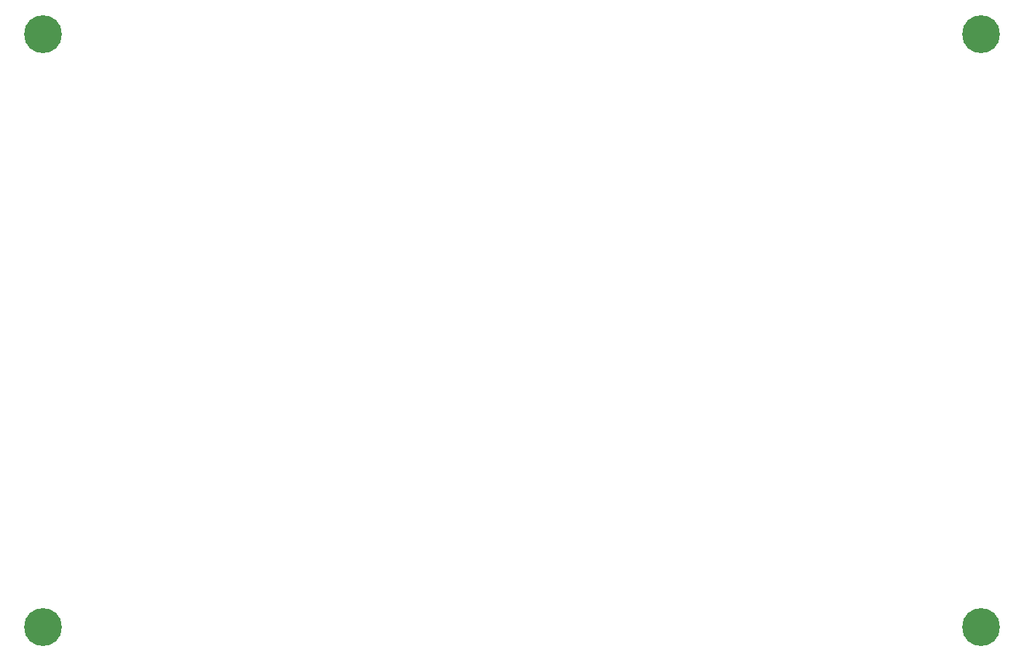
<source format=gbr>
G04 #@! TF.GenerationSoftware,KiCad,Pcbnew,(5.1.4)-1*
G04 #@! TF.CreationDate,2020-12-10T19:05:49-06:00*
G04 #@! TF.ProjectId,tenjuepad,74656e6a-7565-4706-9164-2e6b69636164,rev?*
G04 #@! TF.SameCoordinates,Original*
G04 #@! TF.FileFunction,Soldermask,Top*
G04 #@! TF.FilePolarity,Negative*
%FSLAX46Y46*%
G04 Gerber Fmt 4.6, Leading zero omitted, Abs format (unit mm)*
G04 Created by KiCad (PCBNEW (5.1.4)-1) date 2020-12-10 19:05:49*
%MOMM*%
%LPD*%
G04 APERTURE LIST*
%ADD10C,0.700000*%
%ADD11C,4.400000*%
G04 APERTURE END LIST*
D10*
X191666726Y-143833274D03*
X190500000Y-143350000D03*
X189333274Y-143833274D03*
X188850000Y-145000000D03*
X189333274Y-146166726D03*
X190500000Y-146650000D03*
X191666726Y-146166726D03*
X192150000Y-145000000D03*
D11*
X190500000Y-145000000D03*
D10*
X191666726Y-212833274D03*
X190500000Y-212350000D03*
X189333274Y-212833274D03*
X188850000Y-214000000D03*
X189333274Y-215166726D03*
X190500000Y-215650000D03*
X191666726Y-215166726D03*
X192150000Y-214000000D03*
D11*
X190500000Y-214000000D03*
D10*
X300666726Y-212833274D03*
X299500000Y-212350000D03*
X298333274Y-212833274D03*
X297850000Y-214000000D03*
X298333274Y-215166726D03*
X299500000Y-215650000D03*
X300666726Y-215166726D03*
X301150000Y-214000000D03*
D11*
X299500000Y-214000000D03*
D10*
X300666726Y-143833274D03*
X299500000Y-143350000D03*
X298333274Y-143833274D03*
X297850000Y-145000000D03*
X298333274Y-146166726D03*
X299500000Y-146650000D03*
X300666726Y-146166726D03*
X301150000Y-145000000D03*
D11*
X299500000Y-145000000D03*
M02*

</source>
